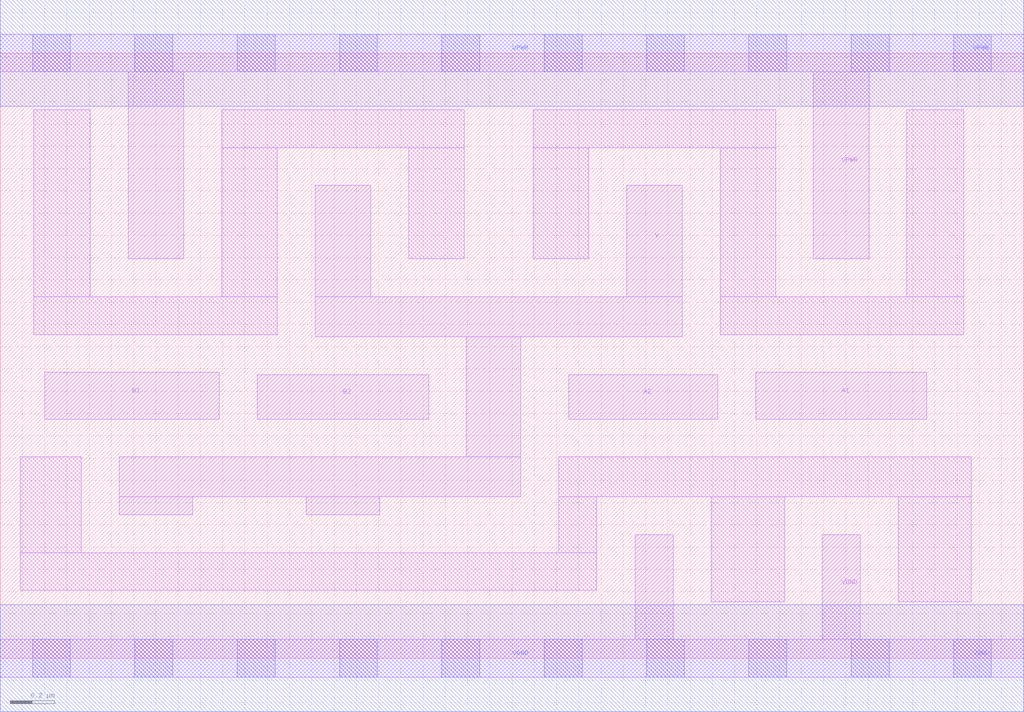
<source format=lef>
# Copyright 2020 The SkyWater PDK Authors
#
# Licensed under the Apache License, Version 2.0 (the "License");
# you may not use this file except in compliance with the License.
# You may obtain a copy of the License at
#
#     https://www.apache.org/licenses/LICENSE-2.0
#
# Unless required by applicable law or agreed to in writing, software
# distributed under the License is distributed on an "AS IS" BASIS,
# WITHOUT WARRANTIES OR CONDITIONS OF ANY KIND, either express or implied.
# See the License for the specific language governing permissions and
# limitations under the License.
#
# SPDX-License-Identifier: Apache-2.0

VERSION 5.7 ;
  NAMESCASESENSITIVE ON ;
  NOWIREEXTENSIONATPIN ON ;
  DIVIDERCHAR "/" ;
  BUSBITCHARS "[]" ;
UNITS
  DATABASE MICRONS 200 ;
END UNITS
MACRO sky130_fd_sc_hd__o22ai_2
  CLASS CORE ;
  SOURCE USER ;
  FOREIGN sky130_fd_sc_hd__o22ai_2 ;
  ORIGIN  0.000000  0.000000 ;
  SIZE  4.600000 BY  2.720000 ;
  SYMMETRY X Y R90 ;
  SITE unithd ;
  PIN A1
    ANTENNAGATEAREA  0.495000 ;
    DIRECTION INPUT ;
    USE SIGNAL ;
    PORT
      LAYER li1 ;
        RECT 3.395000 1.075000 4.165000 1.285000 ;
    END
  END A1
  PIN A2
    ANTENNAGATEAREA  0.495000 ;
    DIRECTION INPUT ;
    USE SIGNAL ;
    PORT
      LAYER li1 ;
        RECT 2.555000 1.075000 3.225000 1.275000 ;
    END
  END A2
  PIN B1
    ANTENNAGATEAREA  0.495000 ;
    DIRECTION INPUT ;
    USE SIGNAL ;
    PORT
      LAYER li1 ;
        RECT 0.200000 1.075000 0.985000 1.285000 ;
    END
  END B1
  PIN B2
    ANTENNAGATEAREA  0.495000 ;
    DIRECTION INPUT ;
    USE SIGNAL ;
    PORT
      LAYER li1 ;
        RECT 1.155000 1.075000 1.925000 1.275000 ;
    END
  END B2
  PIN Y
    ANTENNADIFFAREA  0.891000 ;
    DIRECTION OUTPUT ;
    USE SIGNAL ;
    PORT
      LAYER li1 ;
        RECT 0.535000 0.645000 0.865000 0.725000 ;
        RECT 0.535000 0.725000 2.340000 0.905000 ;
        RECT 1.375000 0.645000 1.705000 0.725000 ;
        RECT 1.415000 1.445000 3.065000 1.625000 ;
        RECT 1.415000 1.625000 1.665000 2.125000 ;
        RECT 2.095000 0.905000 2.340000 1.445000 ;
        RECT 2.815000 1.625000 3.065000 2.125000 ;
    END
  END Y
  PIN VGND
    DIRECTION INOUT ;
    SHAPE ABUTMENT ;
    USE GROUND ;
    PORT
      LAYER li1 ;
        RECT 0.000000 -0.085000 4.600000 0.085000 ;
        RECT 2.855000  0.085000 3.025000 0.555000 ;
        RECT 3.695000  0.085000 3.865000 0.555000 ;
      LAYER mcon ;
        RECT 0.145000 -0.085000 0.315000 0.085000 ;
        RECT 0.605000 -0.085000 0.775000 0.085000 ;
        RECT 1.065000 -0.085000 1.235000 0.085000 ;
        RECT 1.525000 -0.085000 1.695000 0.085000 ;
        RECT 1.985000 -0.085000 2.155000 0.085000 ;
        RECT 2.445000 -0.085000 2.615000 0.085000 ;
        RECT 2.905000 -0.085000 3.075000 0.085000 ;
        RECT 3.365000 -0.085000 3.535000 0.085000 ;
        RECT 3.825000 -0.085000 3.995000 0.085000 ;
        RECT 4.285000 -0.085000 4.455000 0.085000 ;
      LAYER met1 ;
        RECT 0.000000 -0.240000 4.600000 0.240000 ;
    END
  END VGND
  PIN VPWR
    DIRECTION INOUT ;
    SHAPE ABUTMENT ;
    USE POWER ;
    PORT
      LAYER li1 ;
        RECT 0.000000 2.635000 4.600000 2.805000 ;
        RECT 0.575000 1.795000 0.825000 2.635000 ;
        RECT 3.655000 1.795000 3.905000 2.635000 ;
      LAYER mcon ;
        RECT 0.145000 2.635000 0.315000 2.805000 ;
        RECT 0.605000 2.635000 0.775000 2.805000 ;
        RECT 1.065000 2.635000 1.235000 2.805000 ;
        RECT 1.525000 2.635000 1.695000 2.805000 ;
        RECT 1.985000 2.635000 2.155000 2.805000 ;
        RECT 2.445000 2.635000 2.615000 2.805000 ;
        RECT 2.905000 2.635000 3.075000 2.805000 ;
        RECT 3.365000 2.635000 3.535000 2.805000 ;
        RECT 3.825000 2.635000 3.995000 2.805000 ;
        RECT 4.285000 2.635000 4.455000 2.805000 ;
      LAYER met1 ;
        RECT 0.000000 2.480000 4.600000 2.960000 ;
    END
  END VPWR
  OBS
    LAYER li1 ;
      RECT 0.090000 0.305000 2.680000 0.475000 ;
      RECT 0.090000 0.475000 0.365000 0.905000 ;
      RECT 0.150000 1.455000 1.245000 1.625000 ;
      RECT 0.150000 1.625000 0.405000 2.465000 ;
      RECT 0.995000 1.625000 1.245000 2.295000 ;
      RECT 0.995000 2.295000 2.085000 2.465000 ;
      RECT 1.835000 1.795000 2.085000 2.295000 ;
      RECT 2.395000 1.795000 2.645000 2.295000 ;
      RECT 2.395000 2.295000 3.485000 2.465000 ;
      RECT 2.510000 0.475000 2.680000 0.725000 ;
      RECT 2.510000 0.725000 4.365000 0.905000 ;
      RECT 3.195000 0.255000 3.525000 0.725000 ;
      RECT 3.235000 1.455000 4.330000 1.625000 ;
      RECT 3.235000 1.625000 3.485000 2.295000 ;
      RECT 4.035000 0.255000 4.365000 0.725000 ;
      RECT 4.075000 1.625000 4.330000 2.465000 ;
  END
END sky130_fd_sc_hd__o22ai_2

</source>
